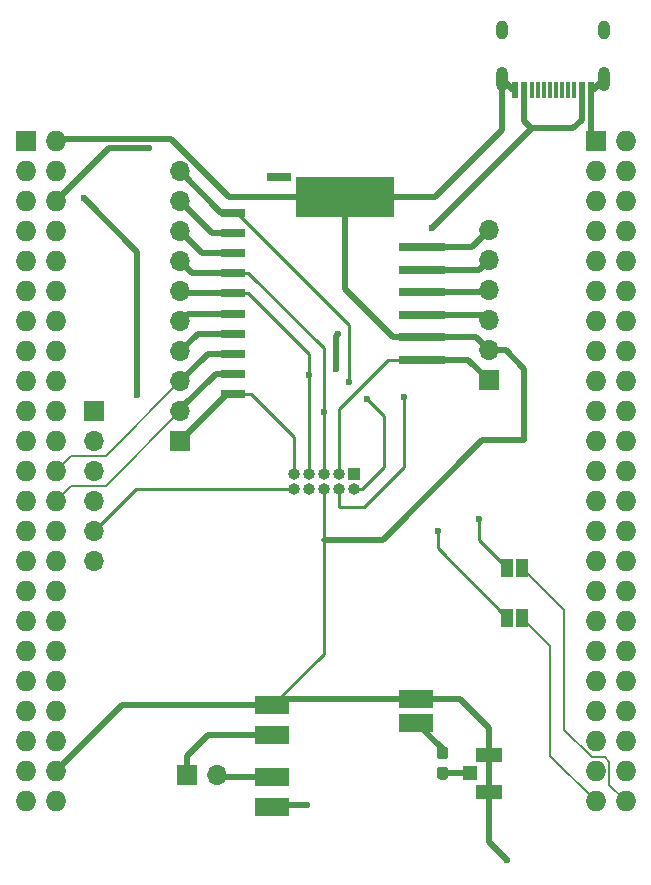
<source format=gbr>
%TF.GenerationSoftware,KiCad,Pcbnew,(5.1.7-0-10_14)*%
%TF.CreationDate,2020-11-18T23:59:02+08:00*%
%TF.ProjectId,bbb_multirouter,6262625f-6d75-46c7-9469-726f75746572,rev?*%
%TF.SameCoordinates,Original*%
%TF.FileFunction,Copper,L2,Bot*%
%TF.FilePolarity,Positive*%
%FSLAX46Y46*%
G04 Gerber Fmt 4.6, Leading zero omitted, Abs format (unit mm)*
G04 Created by KiCad (PCBNEW (5.1.7-0-10_14)) date 2020-11-18 23:59:02*
%MOMM*%
%LPD*%
G01*
G04 APERTURE LIST*
%TA.AperFunction,ComponentPad*%
%ADD10O,1.700000X1.700000*%
%TD*%
%TA.AperFunction,ComponentPad*%
%ADD11R,1.700000X1.700000*%
%TD*%
%TA.AperFunction,SMDPad,CuDef*%
%ADD12R,2.199996X1.199896*%
%TD*%
%TA.AperFunction,SMDPad,CuDef*%
%ADD13R,1.299997X1.299997*%
%TD*%
%TA.AperFunction,SMDPad,CuDef*%
%ADD14R,2.999994X1.500124*%
%TD*%
%TA.AperFunction,SMDPad,CuDef*%
%ADD15R,1.000000X1.500000*%
%TD*%
%TA.AperFunction,ComponentPad*%
%ADD16O,1.000000X1.000000*%
%TD*%
%TA.AperFunction,ComponentPad*%
%ADD17R,1.000000X1.000000*%
%TD*%
%TA.AperFunction,SMDPad,CuDef*%
%ADD18R,8.400034X3.499866*%
%TD*%
%TA.AperFunction,SMDPad,CuDef*%
%ADD19R,1.999996X0.800100*%
%TD*%
%TA.AperFunction,SMDPad,CuDef*%
%ADD20R,3.999992X0.800100*%
%TD*%
%TA.AperFunction,SMDPad,CuDef*%
%ADD21R,0.600000X1.450000*%
%TD*%
%TA.AperFunction,SMDPad,CuDef*%
%ADD22R,0.300000X1.450000*%
%TD*%
%TA.AperFunction,ComponentPad*%
%ADD23O,1.000000X2.100000*%
%TD*%
%TA.AperFunction,ComponentPad*%
%ADD24O,1.000000X1.600000*%
%TD*%
%TA.AperFunction,ComponentPad*%
%ADD25R,1.727200X1.727200*%
%TD*%
%TA.AperFunction,ComponentPad*%
%ADD26O,1.727200X1.727200*%
%TD*%
%TA.AperFunction,ViaPad*%
%ADD27C,0.600000*%
%TD*%
%TA.AperFunction,Conductor*%
%ADD28C,0.508000*%
%TD*%
%TA.AperFunction,Conductor*%
%ADD29C,0.254000*%
%TD*%
%TA.AperFunction,Conductor*%
%ADD30C,0.200000*%
%TD*%
%TA.AperFunction,Conductor*%
%ADD31C,0.250000*%
%TD*%
G04 APERTURE END LIST*
D10*
%TO.P,J5,10*%
%TO.N,RESETn*%
X129460100Y-64962400D03*
%TO.P,J5,9*%
%TO.N,/Sheet5FB19A08/DBG_TDI*%
X129460100Y-67502400D03*
%TO.P,J5,8*%
%TO.N,DBG_SWO*%
X129460100Y-70042400D03*
%TO.P,J5,7*%
%TO.N,DBG_SWDIO*%
X129460100Y-72582400D03*
%TO.P,J5,6*%
%TO.N,DBG_SWCLK*%
X129460100Y-75122400D03*
%TO.P,J5,5*%
%TO.N,/Sheet5FB19A08/PC11*%
X129460100Y-77662400D03*
%TO.P,J5,4*%
%TO.N,/Sheet5FB19A08/PC10*%
X129460100Y-80202400D03*
%TO.P,J5,3*%
%TO.N,UART1_TXD*%
X129460100Y-82742400D03*
%TO.P,J5,2*%
%TO.N,UART1_RXD*%
X129460100Y-85282400D03*
D11*
%TO.P,J5,1*%
%TO.N,GND*%
X129460100Y-87822400D03*
%TD*%
D10*
%TO.P,J4,6*%
%TO.N,/Sheet5FB19A08/I2C_SDA*%
X155570100Y-69942400D03*
%TO.P,J4,5*%
%TO.N,/Sheet5FB19A08/I2C_SCL*%
X155570100Y-72482400D03*
%TO.P,J4,4*%
%TO.N,/Sheet5FB19A08/PB12*%
X155570100Y-75022400D03*
%TO.P,J4,3*%
%TO.N,/Sheet5FB19A08/PB13*%
X155570100Y-77562400D03*
%TO.P,J4,2*%
%TO.N,GND*%
X155570100Y-80102400D03*
D11*
%TO.P,J4,1*%
%TO.N,+3V3*%
X155570100Y-82642400D03*
%TD*%
%TO.P,C1,2*%
%TO.N,Net-(C1-Pad2)*%
%TA.AperFunction,SMDPad,CuDef*%
G36*
G01*
X151897600Y-114727400D02*
X151422600Y-114727400D01*
G75*
G02*
X151185100Y-114489900I0J237500D01*
G01*
X151185100Y-113889900D01*
G75*
G02*
X151422600Y-113652400I237500J0D01*
G01*
X151897600Y-113652400D01*
G75*
G02*
X152135100Y-113889900I0J-237500D01*
G01*
X152135100Y-114489900D01*
G75*
G02*
X151897600Y-114727400I-237500J0D01*
G01*
G37*
%TD.AperFunction*%
%TO.P,C1,1*%
%TO.N,Net-(C1-Pad1)*%
%TA.AperFunction,SMDPad,CuDef*%
G36*
G01*
X151897600Y-116452400D02*
X151422600Y-116452400D01*
G75*
G02*
X151185100Y-116214900I0J237500D01*
G01*
X151185100Y-115614900D01*
G75*
G02*
X151422600Y-115377400I237500J0D01*
G01*
X151897600Y-115377400D01*
G75*
G02*
X152135100Y-115614900I0J-237500D01*
G01*
X152135100Y-116214900D01*
G75*
G02*
X151897600Y-116452400I-237500J0D01*
G01*
G37*
%TD.AperFunction*%
%TD*%
D12*
%TO.P,JP3,3*%
%TO.N,GND*%
X155555054Y-114372492D03*
D13*
%TO.P,JP3,2*%
%TO.N,Net-(C1-Pad1)*%
X154005146Y-115923670D03*
D12*
%TO.P,JP3,1*%
%TO.N,GND*%
X155555054Y-117472308D03*
%TD*%
D14*
%TO.P,U2,6*%
%TO.N,Net-(C1-Pad2)*%
X149452100Y-111656400D03*
%TO.P,U2,5*%
%TO.N,GND*%
X149452100Y-109624400D03*
%TO.P,U2,4*%
X137260100Y-110132400D03*
%TO.P,U2,3*%
%TO.N,USB_DM*%
X137260100Y-112672400D03*
%TO.P,U2,2*%
%TO.N,USB_DP*%
X137260100Y-116228400D03*
%TO.P,U2,1*%
%TO.N,+3V3*%
X137260100Y-118768400D03*
%TD*%
D15*
%TO.P,JP2,1*%
%TO.N,DBG_SWCLK*%
X157100100Y-98552400D03*
%TO.P,JP2,2*%
%TO.N,LCD_DATA1*%
X158400100Y-98552400D03*
%TD*%
%TO.P,JP1,1*%
%TO.N,DBG_SWDIO*%
X157100100Y-102742400D03*
%TO.P,JP1,2*%
%TO.N,LCD_DATA0*%
X158400100Y-102742400D03*
%TD*%
D16*
%TO.P,CON1,9*%
%TO.N,GND*%
X139050100Y-90587400D03*
%TO.P,CON1,10*%
%TO.N,UART0_TX*%
X139050100Y-91857400D03*
%TO.P,CON1,7*%
%TO.N,DBG_SWCLK*%
X140320100Y-90587400D03*
%TO.P,CON1,8*%
%TO.N,UART0_RX*%
X140320100Y-91857400D03*
%TO.P,CON1,5*%
%TO.N,DBG_SWDIO*%
X141590100Y-90587400D03*
%TO.P,CON1,6*%
%TO.N,GND*%
X141590100Y-91857400D03*
%TO.P,CON1,3*%
%TO.N,+3V3*%
X142860100Y-90587400D03*
%TO.P,CON1,4*%
%TO.N,DBG_SWO*%
X142860100Y-91857400D03*
%TO.P,CON1,2*%
%TO.N,RESETn*%
X144130100Y-91857400D03*
D17*
%TO.P,CON1,1*%
%TO.N,Net-(CON1-Pad1)*%
X144130100Y-90587400D03*
%TD*%
D18*
%TO.P,U1,18*%
%TO.N,GND*%
X143410150Y-67142348D03*
D19*
%TO.P,U1,17*%
%TO.N,Net-(U1-Pad17)*%
X137810212Y-65392542D03*
D20*
%TO.P,U1,16*%
%TO.N,/Sheet5FB19A08/I2C_SDA*%
X149960048Y-71392276D03*
%TO.P,U1,15*%
%TO.N,/Sheet5FB19A08/I2C_SCL*%
X149960048Y-73292450D03*
%TO.P,U1,14*%
%TO.N,/Sheet5FB19A08/PB12*%
X149960048Y-75192370D03*
%TO.P,U1,13*%
%TO.N,/Sheet5FB19A08/PB13*%
X149960048Y-77092290D03*
%TO.P,U1,12*%
%TO.N,GND*%
X149960048Y-78992464D03*
%TO.P,U1,11*%
%TO.N,+3V3*%
X149960048Y-80892384D03*
D19*
%TO.P,U1,1*%
%TO.N,GND*%
X133960080Y-83832434D03*
%TO.P,U1,2*%
%TO.N,UART1_RXD*%
X133960080Y-82122506D03*
%TO.P,U1,3*%
%TO.N,UART1_TXD*%
X133960080Y-80412324D03*
%TO.P,U1,4*%
%TO.N,/Sheet5FB19A08/PC10*%
X133960080Y-78702396D03*
%TO.P,U1,5*%
%TO.N,/Sheet5FB19A08/PC11*%
X133960080Y-76992468D03*
%TO.P,U1,6*%
%TO.N,DBG_SWCLK*%
X133960080Y-75282286D03*
%TO.P,U1,7*%
%TO.N,DBG_SWDIO*%
X133960080Y-73572358D03*
%TO.P,U1,8*%
%TO.N,DBG_SWO*%
X133960080Y-71862430D03*
%TO.P,U1,9*%
%TO.N,/Sheet5FB19A08/DBG_TDI*%
X133960080Y-70152502D03*
%TO.P,U1,10*%
%TO.N,RESETn*%
X133960080Y-68442320D03*
%TD*%
D21*
%TO.P,J3,B1*%
%TO.N,GND*%
X164260100Y-58077400D03*
%TO.P,J3,A9*%
%TO.N,+5V*%
X163460100Y-58077400D03*
%TO.P,J3,B9*%
X158560100Y-58077400D03*
%TO.P,J3,B12*%
%TO.N,GND*%
X157760100Y-58077400D03*
%TO.P,J3,A1*%
X157760100Y-58077400D03*
%TO.P,J3,A4*%
%TO.N,+5V*%
X158560100Y-58077400D03*
%TO.P,J3,B4*%
X163460100Y-58077400D03*
%TO.P,J3,A12*%
%TO.N,GND*%
X164260100Y-58077400D03*
D22*
%TO.P,J3,B8*%
%TO.N,Net-(J3-PadB8)*%
X159260100Y-58077400D03*
%TO.P,J3,A5*%
%TO.N,Net-(J3-PadA5)*%
X159760100Y-58077400D03*
%TO.P,J3,B7*%
%TO.N,Net-(J3-PadB7)*%
X160260100Y-58077400D03*
%TO.P,J3,A7*%
%TO.N,Net-(J3-PadA7)*%
X161260100Y-58077400D03*
%TO.P,J3,B6*%
%TO.N,Net-(J3-PadB6)*%
X161760100Y-58077400D03*
%TO.P,J3,A8*%
%TO.N,Net-(J3-PadA8)*%
X162260100Y-58077400D03*
%TO.P,J3,B5*%
%TO.N,Net-(J3-PadB5)*%
X162760100Y-58077400D03*
%TO.P,J3,A6*%
%TO.N,Net-(J3-PadA6)*%
X160760100Y-58077400D03*
D23*
%TO.P,J3,S1*%
%TO.N,GND*%
X165330100Y-57162400D03*
X156690100Y-57162400D03*
D24*
X156690100Y-52982400D03*
X165330100Y-52982400D03*
%TD*%
D10*
%TO.P,J2,2*%
%TO.N,USB_DP*%
X132570100Y-116039400D03*
D11*
%TO.P,J2,1*%
%TO.N,USB_DM*%
X130030100Y-116039400D03*
%TD*%
D10*
%TO.P,J1,6*%
%TO.N,Net-(J1-Pad6)*%
X122137100Y-97942400D03*
%TO.P,J1,5*%
%TO.N,UART0_TX*%
X122137100Y-95402400D03*
%TO.P,J1,4*%
%TO.N,UART0_RX*%
X122137100Y-92862400D03*
%TO.P,J1,3*%
%TO.N,Net-(J1-Pad3)*%
X122137100Y-90322400D03*
%TO.P,J1,2*%
%TO.N,Net-(J1-Pad2)*%
X122137100Y-87782400D03*
D11*
%TO.P,J1,1*%
%TO.N,GND*%
X122137100Y-85242400D03*
%TD*%
D25*
%TO.P,P8,1*%
%TO.N,GND*%
X164630100Y-62382400D03*
D26*
%TO.P,P8,2*%
X167170100Y-62382400D03*
%TO.P,P8,3*%
%TO.N,MMC1_DAT6*%
X164630100Y-64922400D03*
%TO.P,P8,4*%
%TO.N,MMC1_DAT7*%
X167170100Y-64922400D03*
%TO.P,P8,5*%
%TO.N,MMC1_DAT2*%
X164630100Y-67462400D03*
%TO.P,P8,6*%
%TO.N,MMC1_DAT3*%
X167170100Y-67462400D03*
%TO.P,P8,7*%
%TO.N,GPIO_66*%
X164630100Y-70002400D03*
%TO.P,P8,8*%
%TO.N,GPIO_67*%
X167170100Y-70002400D03*
%TO.P,P8,9*%
%TO.N,GPIO_69*%
X164630100Y-72542400D03*
%TO.P,P8,10*%
%TO.N,GPIO_68*%
X167170100Y-72542400D03*
%TO.P,P8,11*%
%TO.N,GPIO_45*%
X164630100Y-75082400D03*
%TO.P,P8,12*%
%TO.N,GPIO_44*%
X167170100Y-75082400D03*
%TO.P,P8,13*%
%TO.N,EHRPWM2B*%
X164630100Y-77622400D03*
%TO.P,P8,14*%
%TO.N,GPIO_26*%
X167170100Y-77622400D03*
%TO.P,P8,15*%
%TO.N,GPIO_47*%
X164630100Y-80162400D03*
%TO.P,P8,16*%
%TO.N,GPIO_46*%
X167170100Y-80162400D03*
%TO.P,P8,17*%
%TO.N,GPIO_27*%
X164630100Y-82702400D03*
%TO.P,P8,18*%
%TO.N,GPIO_65*%
X167170100Y-82702400D03*
%TO.P,P8,19*%
%TO.N,EHRPWM2A*%
X164630100Y-85242400D03*
%TO.P,P8,20*%
%TO.N,MMC1_CMD*%
X167170100Y-85242400D03*
%TO.P,P8,21*%
%TO.N,MMC1_CLK*%
X164630100Y-87782400D03*
%TO.P,P8,22*%
%TO.N,MMC1_DAT5*%
X167170100Y-87782400D03*
%TO.P,P8,23*%
%TO.N,MMC1_DAT4*%
X164630100Y-90322400D03*
%TO.P,P8,24*%
%TO.N,MMC1_DAT1*%
X167170100Y-90322400D03*
%TO.P,P8,25*%
%TO.N,MMC1_DAT0*%
X164630100Y-92862400D03*
%TO.P,P8,26*%
%TO.N,GPIO_61*%
X167170100Y-92862400D03*
%TO.P,P8,27*%
%TO.N,LCD_VSYNC*%
X164630100Y-95402400D03*
%TO.P,P8,28*%
%TO.N,LCD_PCLK*%
X167170100Y-95402400D03*
%TO.P,P8,29*%
%TO.N,LCD_HSYNC*%
X164630100Y-97942400D03*
%TO.P,P8,30*%
%TO.N,LCD_AC_BIAS*%
X167170100Y-97942400D03*
%TO.P,P8,31*%
%TO.N,LCD_DATA14*%
X164630100Y-100482400D03*
%TO.P,P8,32*%
%TO.N,LCD_DATA15*%
X167170100Y-100482400D03*
%TO.P,P8,33*%
%TO.N,LCD_DATA13*%
X164630100Y-103022400D03*
%TO.P,P8,34*%
%TO.N,LCD_DATA11*%
X167170100Y-103022400D03*
%TO.P,P8,35*%
%TO.N,LCD_DATA12*%
X164630100Y-105562400D03*
%TO.P,P8,36*%
%TO.N,LCD_DATA10*%
X167170100Y-105562400D03*
%TO.P,P8,37*%
%TO.N,LCD_DATA8*%
X164630100Y-108102400D03*
%TO.P,P8,38*%
%TO.N,LCD_DATA9*%
X167170100Y-108102400D03*
%TO.P,P8,39*%
%TO.N,LCD_DATA6*%
X164630100Y-110642400D03*
%TO.P,P8,40*%
%TO.N,LCD_DATA7*%
X167170100Y-110642400D03*
%TO.P,P8,41*%
%TO.N,LCD_DATA4*%
X164630100Y-113182400D03*
%TO.P,P8,42*%
%TO.N,LCD_DATA5*%
X167170100Y-113182400D03*
%TO.P,P8,43*%
%TO.N,LCD_DATA2*%
X164630100Y-115722400D03*
%TO.P,P8,44*%
%TO.N,LCD_DATA3*%
X167170100Y-115722400D03*
%TO.P,P8,45*%
%TO.N,LCD_DATA0*%
X164630100Y-118262400D03*
%TO.P,P8,46*%
%TO.N,LCD_DATA1*%
X167170100Y-118262400D03*
%TD*%
D25*
%TO.P,P9,1*%
%TO.N,GND*%
X116370100Y-62382400D03*
D26*
%TO.P,P9,2*%
X118910100Y-62382400D03*
%TO.P,P9,3*%
%TO.N,+3V3*%
X116370100Y-64922400D03*
%TO.P,P9,4*%
X118910100Y-64922400D03*
%TO.P,P9,5*%
%TO.N,+5V*%
X116370100Y-67462400D03*
%TO.P,P9,6*%
X118910100Y-67462400D03*
%TO.P,P9,7*%
%TO.N,SYS_5V*%
X116370100Y-70002400D03*
%TO.P,P9,8*%
X118910100Y-70002400D03*
%TO.P,P9,9*%
%TO.N,PWR_BUT*%
X116370100Y-72542400D03*
%TO.P,P9,10*%
%TO.N,SYS_RESETN*%
X118910100Y-72542400D03*
%TO.P,P9,11*%
%TO.N,UART4_RXD*%
X116370100Y-75082400D03*
%TO.P,P9,12*%
%TO.N,GPIO_60*%
X118910100Y-75082400D03*
%TO.P,P9,13*%
%TO.N,UART4_TXD*%
X116370100Y-77622400D03*
%TO.P,P9,14*%
%TO.N,EHRPWM1A*%
X118910100Y-77622400D03*
%TO.P,P9,15*%
%TO.N,GPIO_48*%
X116370100Y-80162400D03*
%TO.P,P9,16*%
%TO.N,EHRPWM1B*%
X118910100Y-80162400D03*
%TO.P,P9,17*%
%TO.N,SPI0_CS0*%
X116370100Y-82702400D03*
%TO.P,P9,18*%
%TO.N,SPI0_D1*%
X118910100Y-82702400D03*
%TO.P,P9,19*%
%TO.N,I2C2_SCL*%
X116370100Y-85242400D03*
%TO.P,P9,20*%
%TO.N,I2C2_SDA*%
X118910100Y-85242400D03*
%TO.P,P9,21*%
%TO.N,SPI0_D0*%
X116370100Y-87782400D03*
%TO.P,P9,22*%
%TO.N,SPI0_SCLK*%
X118910100Y-87782400D03*
%TO.P,P9,23*%
%TO.N,GPIO_49*%
X116370100Y-90322400D03*
%TO.P,P9,24*%
%TO.N,UART1_TXD*%
X118910100Y-90322400D03*
%TO.P,P9,25*%
%TO.N,GPIO_117*%
X116370100Y-92862400D03*
%TO.P,P9,26*%
%TO.N,UART1_RXD*%
X118910100Y-92862400D03*
%TO.P,P9,27*%
%TO.N,GPIO_115*%
X116370100Y-95402400D03*
%TO.P,P9,28*%
%TO.N,SPI1_CS0*%
X118910100Y-95402400D03*
%TO.P,P9,29*%
%TO.N,SPI1_D0*%
X116370100Y-97942400D03*
%TO.P,P9,30*%
%TO.N,GPIO_112*%
X118910100Y-97942400D03*
%TO.P,P9,31*%
%TO.N,SPI1_SCLK*%
X116370100Y-100482400D03*
%TO.P,P9,32*%
%TO.N,VDD_ADC*%
X118910100Y-100482400D03*
%TO.P,P9,33*%
%TO.N,AIN4*%
X116370100Y-103022400D03*
%TO.P,P9,34*%
%TO.N,GNDA_ADC*%
X118910100Y-103022400D03*
%TO.P,P9,35*%
%TO.N,AIN6*%
X116370100Y-105562400D03*
%TO.P,P9,36*%
%TO.N,AIN5*%
X118910100Y-105562400D03*
%TO.P,P9,37*%
%TO.N,AIN2*%
X116370100Y-108102400D03*
%TO.P,P9,38*%
%TO.N,AIN3*%
X118910100Y-108102400D03*
%TO.P,P9,39*%
%TO.N,AIN0*%
X116370100Y-110642400D03*
%TO.P,P9,40*%
%TO.N,AIN1*%
X118910100Y-110642400D03*
%TO.P,P9,41*%
%TO.N,GPIO_20*%
X116370100Y-113182400D03*
%TO.P,P9,42*%
%TO.N,ECAPPWM0*%
X118910100Y-113182400D03*
%TO.P,P9,43*%
%TO.N,GND*%
X116370100Y-115722400D03*
%TO.P,P9,44*%
X118910100Y-115722400D03*
%TO.P,P9,45*%
X116370100Y-118262400D03*
%TO.P,P9,46*%
X118910100Y-118262400D03*
%TD*%
D27*
%TO.N,+3V3*%
X121320100Y-67242400D03*
X125830100Y-83852400D03*
X140200100Y-118642400D03*
%TO.N,+5V*%
X150750100Y-69772400D03*
X126830100Y-62992400D03*
%TO.N,GND*%
X142600100Y-81702400D03*
X142780100Y-78692400D03*
X157100100Y-123292400D03*
%TO.N,DBG_SWCLK*%
X140320100Y-82162400D03*
X154710100Y-94392400D03*
%TO.N,DBG_SWDIO*%
X141600100Y-85332400D03*
X151240100Y-95402400D03*
%TO.N,DBG_SWO*%
X148390100Y-84062400D03*
%TO.N,RESETn*%
X145280100Y-84252400D03*
X143750100Y-82802400D03*
%TD*%
D28*
%TO.N,+3V3*%
X153820084Y-80892384D02*
X155570100Y-82642400D01*
X149960048Y-80892384D02*
X153820084Y-80892384D01*
D29*
X142860100Y-90587400D02*
X142860100Y-85062400D01*
X147030116Y-80892384D02*
X149960048Y-80892384D01*
X142860100Y-85062400D02*
X147030116Y-80892384D01*
D28*
X121320100Y-67242400D02*
X125830100Y-71752400D01*
X125830100Y-71752400D02*
X125830100Y-83852400D01*
X137386100Y-118642400D02*
X137260100Y-118768400D01*
X140200100Y-118642400D02*
X137386100Y-118642400D01*
%TO.N,+5V*%
X158560100Y-60702400D02*
X158560100Y-58077400D01*
X159170100Y-61312400D02*
X158560100Y-60702400D01*
X163460100Y-60592400D02*
X162740100Y-61312400D01*
X162740100Y-61312400D02*
X159170100Y-61312400D01*
X163460100Y-58077400D02*
X163460100Y-60592400D01*
X159170100Y-61312400D02*
X159170100Y-61352400D01*
X159170100Y-61352400D02*
X150750100Y-69772400D01*
X123380100Y-62992400D02*
X118910100Y-67462400D01*
X126830100Y-62992400D02*
X123380100Y-62992400D01*
D29*
%TO.N,UART0_TX*%
X125682100Y-91857400D02*
X122137100Y-95402400D01*
X139050100Y-91857400D02*
X125682100Y-91857400D01*
D28*
%TO.N,USB_DP*%
X132759100Y-116228400D02*
X132570100Y-116039400D01*
X137260100Y-116228400D02*
X132759100Y-116228400D01*
D30*
%TO.N,LCD_DATA0*%
X164630100Y-118262400D02*
X160800100Y-114432400D01*
X160800100Y-105142400D02*
X158400100Y-102742400D01*
X160800100Y-114432400D02*
X160800100Y-105142400D01*
%TO.N,LCD_DATA1*%
X164284369Y-114558799D02*
X161960100Y-112234530D01*
X165401427Y-114558799D02*
X164284369Y-114558799D01*
X165793701Y-114951073D02*
X165401427Y-114558799D01*
X165793701Y-116886001D02*
X165793701Y-114951073D01*
X167170100Y-118262400D02*
X165793701Y-116886001D01*
X161960100Y-102112400D02*
X158400100Y-98552400D01*
X161960100Y-112234530D02*
X161960100Y-102112400D01*
D28*
%TO.N,UART1_TXD*%
X131790176Y-80412324D02*
X129460100Y-82742400D01*
X133960080Y-80412324D02*
X131790176Y-80412324D01*
D30*
X129460100Y-82742400D02*
X123140100Y-89062400D01*
X120170100Y-89062400D02*
X118910100Y-90322400D01*
X123140100Y-89062400D02*
X120170100Y-89062400D01*
D28*
%TO.N,UART1_RXD*%
X129460100Y-85114488D02*
X129460100Y-85282400D01*
X132452082Y-82122506D02*
X129460100Y-85114488D01*
X133960080Y-82122506D02*
X132452082Y-82122506D01*
D30*
X129460100Y-85282400D02*
X123140100Y-91602400D01*
X120170100Y-91602400D02*
X118910100Y-92862400D01*
X123140100Y-91602400D02*
X120170100Y-91602400D01*
D28*
%TO.N,USB_DM*%
X137260100Y-112672400D02*
X131790100Y-112672400D01*
X130030100Y-114432400D02*
X130030100Y-116039400D01*
X131790100Y-112672400D02*
X130030100Y-114432400D01*
%TO.N,GND*%
X157605100Y-58077400D02*
X156690100Y-57162400D01*
X157760100Y-58077400D02*
X157605100Y-58077400D01*
X164415100Y-58077400D02*
X165330100Y-57162400D01*
X164260100Y-58077400D02*
X164415100Y-58077400D01*
X164260100Y-62012400D02*
X164630100Y-62382400D01*
X164260100Y-58077400D02*
X164260100Y-62012400D01*
X154460164Y-78992464D02*
X155570100Y-80102400D01*
X149960048Y-78992464D02*
X154460164Y-78992464D01*
X133450066Y-83832434D02*
X129460100Y-87822400D01*
X133960080Y-83832434D02*
X133450066Y-83832434D01*
D29*
X139050100Y-90587400D02*
X139050100Y-87472400D01*
X135410134Y-83832434D02*
X133960080Y-83832434D01*
X139050100Y-87472400D02*
X135410134Y-83832434D01*
D28*
X150989015Y-67142348D02*
X156690100Y-61441263D01*
X156690100Y-61441263D02*
X156690100Y-57162400D01*
X143410150Y-67142348D02*
X150989015Y-67142348D01*
X119054101Y-62238399D02*
X118910100Y-62382400D01*
X128666021Y-62238399D02*
X119054101Y-62238399D01*
X133569970Y-67142348D02*
X128666021Y-62238399D01*
X143410150Y-67142348D02*
X133569970Y-67142348D01*
X143410150Y-74950562D02*
X143410150Y-67142348D01*
X147452052Y-78992464D02*
X143410150Y-74950562D01*
X149960048Y-78992464D02*
X147452052Y-78992464D01*
X124500100Y-110132400D02*
X118910100Y-115722400D01*
X137260100Y-110132400D02*
X124500100Y-110132400D01*
D29*
X141590100Y-105802400D02*
X137260100Y-110132400D01*
D28*
X142600100Y-81702400D02*
X142600100Y-78872400D01*
X142600100Y-78872400D02*
X142780100Y-78692400D01*
X137768100Y-109624400D02*
X137260100Y-110132400D01*
X149452100Y-109624400D02*
X137768100Y-109624400D01*
X149452100Y-109624400D02*
X153132100Y-109624400D01*
X155555054Y-112047354D02*
X155555054Y-114372492D01*
X153132100Y-109624400D02*
X155555054Y-112047354D01*
X155555054Y-117472308D02*
X155555054Y-121747354D01*
X155555054Y-121747354D02*
X157100100Y-123292400D01*
X155555054Y-117472308D02*
X155555054Y-114372492D01*
D31*
X141590100Y-99552400D02*
X141610100Y-99552400D01*
D29*
X141590100Y-99552400D02*
X141590100Y-105802400D01*
D28*
X155570100Y-80102400D02*
X157020100Y-80102400D01*
X157020100Y-80102400D02*
X158580100Y-81662400D01*
X158580100Y-81662400D02*
X158580100Y-87742400D01*
X158580100Y-87742400D02*
X155040100Y-87742400D01*
X146580100Y-96202400D02*
X141590100Y-96202400D01*
X155040100Y-87742400D02*
X146580100Y-96202400D01*
D29*
X141590100Y-96202400D02*
X141590100Y-99552400D01*
X141590100Y-91857400D02*
X141590100Y-96202400D01*
D28*
%TO.N,DBG_SWCLK*%
X129619986Y-75282286D02*
X129460100Y-75122400D01*
X133960080Y-75282286D02*
X129619986Y-75282286D01*
D29*
X135214078Y-75282286D02*
X133960080Y-75282286D01*
X140320100Y-80388308D02*
X135214078Y-75282286D01*
X140320100Y-81632400D02*
X140320100Y-82162400D01*
X140320100Y-90587400D02*
X140320100Y-81632400D01*
X140320100Y-81632400D02*
X140320100Y-80388308D01*
X154710100Y-96162400D02*
X157100100Y-98552400D01*
X154710100Y-94392400D02*
X154710100Y-96162400D01*
D28*
%TO.N,DBG_SWDIO*%
X130450058Y-73572358D02*
X129460100Y-72582400D01*
X133960080Y-73572358D02*
X130450058Y-73572358D01*
D29*
X135214078Y-73572358D02*
X133960080Y-73572358D01*
X141590100Y-79948380D02*
X135214078Y-73572358D01*
X141590100Y-85332400D02*
X141600100Y-85332400D01*
X141590100Y-90587400D02*
X141590100Y-85332400D01*
X141590100Y-85332400D02*
X141590100Y-79948380D01*
X151240100Y-96882400D02*
X157100100Y-102742400D01*
X151240100Y-95402400D02*
X151240100Y-96882400D01*
D28*
%TO.N,DBG_SWO*%
X131280130Y-71862430D02*
X129460100Y-70042400D01*
X133960080Y-71862430D02*
X131280130Y-71862430D01*
D29*
X142860100Y-91857400D02*
X142860100Y-93342400D01*
X142860100Y-93342400D02*
X145010100Y-93342400D01*
X145010100Y-93342400D02*
X148390100Y-89962400D01*
X148390100Y-89962400D02*
X148390100Y-84062400D01*
D28*
%TO.N,RESETn*%
X132940020Y-68442320D02*
X129460100Y-64962400D01*
X133960080Y-68442320D02*
X132940020Y-68442320D01*
D31*
X144837206Y-91857400D02*
X146700100Y-89994506D01*
X144130100Y-91857400D02*
X144837206Y-91857400D01*
X146700100Y-85672400D02*
X145280100Y-84252400D01*
X146700100Y-89994506D02*
X146700100Y-85672400D01*
X134234948Y-68442320D02*
X133960080Y-68442320D01*
X143750100Y-77957472D02*
X134234948Y-68442320D01*
X143750100Y-82802400D02*
X143750100Y-77957472D01*
D28*
%TO.N,/Sheet5FB19A08/I2C_SDA*%
X154120224Y-71392276D02*
X155570100Y-69942400D01*
X149960048Y-71392276D02*
X154120224Y-71392276D01*
%TO.N,/Sheet5FB19A08/I2C_SCL*%
X154760050Y-73292450D02*
X155570100Y-72482400D01*
X149960048Y-73292450D02*
X154760050Y-73292450D01*
%TO.N,/Sheet5FB19A08/PB12*%
X155400130Y-75192370D02*
X155570100Y-75022400D01*
X149960048Y-75192370D02*
X155400130Y-75192370D01*
%TO.N,/Sheet5FB19A08/PB13*%
X155099990Y-77092290D02*
X155570100Y-77562400D01*
X149960048Y-77092290D02*
X155099990Y-77092290D01*
%TO.N,/Sheet5FB19A08/PC10*%
X130960104Y-78702396D02*
X129460100Y-80202400D01*
X133960080Y-78702396D02*
X130960104Y-78702396D01*
%TO.N,/Sheet5FB19A08/PC11*%
X130130032Y-76992468D02*
X129460100Y-77662400D01*
X133960080Y-76992468D02*
X130130032Y-76992468D01*
%TO.N,/Sheet5FB19A08/DBG_TDI*%
X132110202Y-70152502D02*
X129460100Y-67502400D01*
X133960080Y-70152502D02*
X132110202Y-70152502D01*
%TO.N,Net-(C1-Pad2)*%
X151660100Y-113864400D02*
X149452100Y-111656400D01*
X151660100Y-114189900D02*
X151660100Y-113864400D01*
%TO.N,Net-(C1-Pad1)*%
X153996376Y-115914900D02*
X154005146Y-115923670D01*
X151660100Y-115914900D02*
X153996376Y-115914900D01*
%TD*%
M02*

</source>
